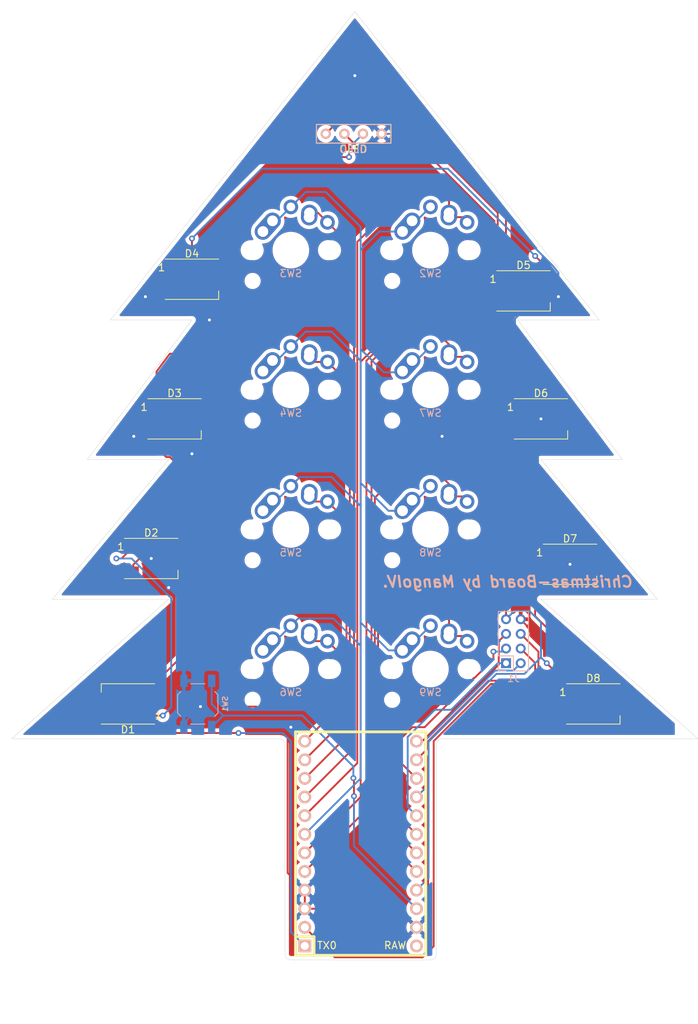
<source format=kicad_pcb>
(kicad_pcb (version 20171130) (host pcbnew "(5.1.4-0)")
  (layers (0 F.Cu signal) (31 B.Cu signal) (34 B.Paste user) (35 F.Paste user) (36 B.SilkS user) (37 F.SilkS user) (38 B.Mask user) (39 F.Mask user) (44 Edge.Cuts user))
  (net 0 "")
  (net 1 power)
  (net 2 "Net-(D1-Pad2)")
  (net 3 leds)
  (net 4 ground)
  (net 5 "Net-(D2-Pad2)")
  (net 6 "Net-(D3-Pad2)")
  (net 7 "Net-(D4-Pad2)")
  (net 8 "Net-(D5-Pad2)")
  (net 9 "Net-(D6-Pad2)")
  (net 10 rx1)
  (net 11 "Net-(J1-Pad5)")
  (net 12 "Net-(J1-Pad4)")
  (net 13 "Net-(J1-Pad3)")
  (net 14 "Net-(J1-Pad2)")
  (net 15 "Net-(J1-Pad1)")
  (net 16 scl)
  (net 17 sda)
  (net 18 reset)
  (net 19 row0)
  (net 20 col0)
  (net 21 col1)
  (net 22 col2)
  (net 23 col3)
  (net 24 col4)
  (net 25 col5)
  (net 26 col6)
  (net 27 col7)
  (net 28 "Net-(U1-Pad24)")
  (net 29 "Net-(D7-Pad2)")
  (net 30 "Net-(D8-Pad2)")
  (module graphics:mkd-logo (layer B.Cu) (at 121.92 87.63 180)
    (fp_text reference G*** hide)
    (fp_text value LOGO hide)
  )
  (module graphics:40sLogo (layer B.Cu) (at 147.32 125.73 180)
    (fp_text reference G*** hide)
    (fp_text value LOGO hide)
  )
  (module LED_SMD:LED_WS2812B_PLCC4_5.0x5.0mm_P3.2mm (layer F.Cu) (at 178.59375 109.5375)
    (fp_text reference D8 (at 0 -3.5) (layer F.SilkS))
    (fp_text value WS2812B)
    (fp_text user 1 (at -4.15 -1.6) (layer F.SilkS))
    (pad 1 smd rect (at -2.45 -1.6) (size 1.5 1) (layers F.Cu F.Paste F.Mask) (net 1 power))
    (pad 2 smd rect (at -2.45 1.6) (size 1.5 1) (layers F.Cu F.Paste F.Mask) (net 30 "Net-(D8-Pad2)"))
    (pad 4 smd rect (at 2.45 -1.6) (size 1.5 1) (layers F.Cu F.Paste F.Mask) (net 29 "Net-(D7-Pad2)"))
    (pad 3 smd rect (at 2.45 1.6) (size 1.5 1) (layers F.Cu F.Paste F.Mask) (net 4 ground))
  )
  (module LED_SMD:LED_WS2812B_PLCC4_5.0x5.0mm_P3.2mm (layer F.Cu) (at 175.41875 90.4875)
    (fp_text reference D7 (at 0 -3.5) (layer F.SilkS))
    (fp_text value WS2812B)
    (fp_text user 1 (at -4.15 -1.6) (layer F.SilkS))
    (pad 1 smd rect (at -2.45 -1.6) (size 1.5 1) (layers F.Cu F.Paste F.Mask) (net 1 power))
    (pad 2 smd rect (at -2.45 1.6) (size 1.5 1) (layers F.Cu F.Paste F.Mask) (net 29 "Net-(D7-Pad2)"))
    (pad 4 smd rect (at 2.45 -1.6) (size 1.5 1) (layers F.Cu F.Paste F.Mask) (net 9 "Net-(D6-Pad2)"))
    (pad 3 smd rect (at 2.45 1.6) (size 1.5 1) (layers F.Cu F.Paste F.Mask) (net 4 ground))
  )
  (module Keebio-Parts:ArduinoProMicro-BackSide (layer B.Cu) (at 146.84375 128.5875 90)
    (fp_text reference U1 hide)
    (fp_text value ProMicro hide)
    (fp_text user RAW (at -13.9 4.7) (layer F.SilkS))
    (fp_text user TX0 (at -13.9 -4.6) (layer F.SilkS))
    (pad 24 thru_hole circle (at -13.97 7.62 90) (size 1.7526 1.7526) (drill 1.0922) (layers *.Cu *.SilkS *.Mask) (net 28 "Net-(U1-Pad24)"))
    (pad 12 thru_hole circle (at 13.97 -7.62 90) (size 1.7526 1.7526) (drill 1.0922) (layers *.Cu *.SilkS *.Mask) (net 24 col4))
    (pad 23 thru_hole circle (at -11.43 7.62 90) (size 1.7526 1.7526) (drill 1.0922) (layers *.Cu *.SilkS *.Mask) (net 4 ground))
    (pad 22 thru_hole circle (at -8.89 7.62 90) (size 1.7526 1.7526) (drill 1.0922) (layers *.Cu *.SilkS *.Mask) (net 18 reset))
    (pad 21 thru_hole circle (at -6.35 7.62 90) (size 1.7526 1.7526) (drill 1.0922) (layers *.Cu *.SilkS *.Mask) (net 1 power))
    (pad 20 thru_hole circle (at -3.81 7.62 90) (size 1.7526 1.7526) (drill 1.0922) (layers *.Cu *.SilkS *.Mask) (net 25 col5))
    (pad 19 thru_hole circle (at -1.27 7.62 90) (size 1.7526 1.7526) (drill 1.0922) (layers *.Cu *.SilkS *.Mask) (net 26 col6))
    (pad 18 thru_hole circle (at 1.27 7.62 90) (size 1.7526 1.7526) (drill 1.0922) (layers *.Cu *.SilkS *.Mask) (net 27 col7))
    (pad 17 thru_hole circle (at 3.81 7.62 90) (size 1.7526 1.7526) (drill 1.0922) (layers *.Cu *.SilkS *.Mask) (net 15 "Net-(J1-Pad1)"))
    (pad 16 thru_hole circle (at 6.35 7.62 90) (size 1.7526 1.7526) (drill 1.0922) (layers *.Cu *.SilkS *.Mask) (net 14 "Net-(J1-Pad2)"))
    (pad 15 thru_hole circle (at 8.89 7.62 90) (size 1.7526 1.7526) (drill 1.0922) (layers *.Cu *.SilkS *.Mask) (net 13 "Net-(J1-Pad3)"))
    (pad 14 thru_hole circle (at 11.43 7.62 90) (size 1.7526 1.7526) (drill 1.0922) (layers *.Cu *.SilkS *.Mask) (net 12 "Net-(J1-Pad4)"))
    (pad 13 thru_hole circle (at 13.97 7.62 90) (size 1.7526 1.7526) (drill 1.0922) (layers *.Cu *.SilkS *.Mask) (net 11 "Net-(J1-Pad5)"))
    (pad 11 thru_hole circle (at 11.43 -7.62 90) (size 1.7526 1.7526) (drill 1.0922) (layers *.Cu *.SilkS *.Mask) (net 23 col3))
    (pad 10 thru_hole circle (at 8.89 -7.62 90) (size 1.7526 1.7526) (drill 1.0922) (layers *.Cu *.SilkS *.Mask) (net 22 col2))
    (pad 9 thru_hole circle (at 6.35 -7.62 90) (size 1.7526 1.7526) (drill 1.0922) (layers *.Cu *.SilkS *.Mask) (net 21 col1))
    (pad 8 thru_hole circle (at 3.81 -7.62 90) (size 1.7526 1.7526) (drill 1.0922) (layers *.Cu *.SilkS *.Mask) (net 20 col0))
    (pad 7 thru_hole circle (at 1.27 -7.62 90) (size 1.7526 1.7526) (drill 1.0922) (layers *.Cu *.SilkS *.Mask) (net 19 row0))
    (pad 6 thru_hole circle (at -1.27 -7.62 90) (size 1.7526 1.7526) (drill 1.0922) (layers *.Cu *.SilkS *.Mask) (net 16 scl))
    (pad 5 thru_hole circle (at -3.81 -7.62 90) (size 1.7526 1.7526) (drill 1.0922) (layers *.Cu *.SilkS *.Mask) (net 17 sda))
    (pad 4 thru_hole circle (at -6.35 -7.62 90) (size 1.7526 1.7526) (drill 1.0922) (layers *.Cu *.SilkS *.Mask) (net 4 ground))
    (pad 3 thru_hole circle (at -8.89 -7.62 90) (size 1.7526 1.7526) (drill 1.0922) (layers *.Cu *.SilkS *.Mask) (net 4 ground))
    (pad 2 thru_hole circle (at -11.43 -7.62 90) (size 1.7526 1.7526) (drill 1.0922) (layers *.Cu *.SilkS *.Mask) (net 10 rx1))
    (pad 1 thru_hole rect (at -13.97 -7.62 90) (size 1.7526 1.7526) (drill 1.0922) (layers *.Cu *.SilkS *.Mask) (net 3 leds))
  )
  (module Keebio-Parts:MX-Alps-Choc-1U-NoLED (layer F.Cu) (at 156.36875 104.775)
    (fp_text reference SW9 (at 0 3.175) (layer B.SilkS) (effects (justify mirror)))
    (fp_text value SW_Push)
    (pad "" np_thru_hole circle (at -5.22 4.2 48.1) (size 1.2 1.2) (drill 1.2) (layers *.Cu *.Mask))
    (pad "" np_thru_hole circle (at 5.5 0 48.1) (size 1.7 1.7) (drill 1.7) (layers *.Cu *.Mask))
    (pad "" np_thru_hole circle (at -5.5 0 48.1) (size 1.7 1.7) (drill 1.7) (layers *.Cu *.Mask))
    (pad 2 thru_hole circle (at 0 -5.9) (size 2 2) (drill 1.2) (layers *.Cu *.Mask) (net 19 row0))
    (pad 1 thru_hole circle (at 5 -3.8) (size 2 2) (drill 1.2) (layers *.Cu *.Mask) (net 27 col7))
    (pad "" np_thru_hole circle (at 5.08 0 48.0996) (size 1.75 1.75) (drill 1.75) (layers *.Cu *.Mask))
    (pad "" np_thru_hole circle (at -5.08 0 48.0996) (size 1.75 1.75) (drill 1.75) (layers *.Cu *.Mask))
    (pad 2 thru_hole circle (at -2.5 -4) (size 2.25 2.25) (drill 1.47) (layers *.Cu *.Mask) (net 19 row0))
    (pad "" np_thru_hole circle (at 0 0) (size 3.9878 3.9878) (drill 3.9878) (layers *.Cu *.Mask))
    (pad 2 thru_hole oval (at -3.81 -2.54 48.1) (size 4.211556 2.25) (drill 1.47 (offset 0.980778 0)) (layers *.Cu *.Mask) (net 19 row0))
    (pad 1 thru_hole circle (at 2.54 -5.08) (size 2.25 2.25) (drill 1.47) (layers *.Cu *.Mask) (net 27 col7))
    (pad 1 thru_hole oval (at 2.5 -4.5 86.1) (size 2.831378 2.25) (drill 1.47 (offset 0.290689 0)) (layers *.Cu *.Mask) (net 27 col7))
  )
  (module Keebio-Parts:MX-Alps-Choc-1U-NoLED (layer F.Cu) (at 156.36875 85.725)
    (fp_text reference SW8 (at 0 3.175) (layer B.SilkS) (effects (justify mirror)))
    (fp_text value SW_Push)
    (pad "" np_thru_hole circle (at -5.22 4.2 48.1) (size 1.2 1.2) (drill 1.2) (layers *.Cu *.Mask))
    (pad "" np_thru_hole circle (at 5.5 0 48.1) (size 1.7 1.7) (drill 1.7) (layers *.Cu *.Mask))
    (pad "" np_thru_hole circle (at -5.5 0 48.1) (size 1.7 1.7) (drill 1.7) (layers *.Cu *.Mask))
    (pad 2 thru_hole circle (at 0 -5.9) (size 2 2) (drill 1.2) (layers *.Cu *.Mask) (net 19 row0))
    (pad 1 thru_hole circle (at 5 -3.8) (size 2 2) (drill 1.2) (layers *.Cu *.Mask) (net 26 col6))
    (pad "" np_thru_hole circle (at 5.08 0 48.0996) (size 1.75 1.75) (drill 1.75) (layers *.Cu *.Mask))
    (pad "" np_thru_hole circle (at -5.08 0 48.0996) (size 1.75 1.75) (drill 1.75) (layers *.Cu *.Mask))
    (pad 2 thru_hole circle (at -2.5 -4) (size 2.25 2.25) (drill 1.47) (layers *.Cu *.Mask) (net 19 row0))
    (pad "" np_thru_hole circle (at 0 0) (size 3.9878 3.9878) (drill 3.9878) (layers *.Cu *.Mask))
    (pad 2 thru_hole oval (at -3.81 -2.54 48.1) (size 4.211556 2.25) (drill 1.47 (offset 0.980778 0)) (layers *.Cu *.Mask) (net 19 row0))
    (pad 1 thru_hole circle (at 2.54 -5.08) (size 2.25 2.25) (drill 1.47) (layers *.Cu *.Mask) (net 26 col6))
    (pad 1 thru_hole oval (at 2.5 -4.5 86.1) (size 2.831378 2.25) (drill 1.47 (offset 0.290689 0)) (layers *.Cu *.Mask) (net 26 col6))
  )
  (module Keebio-Parts:MX-Alps-Choc-1U-NoLED (layer F.Cu) (at 156.36875 66.675)
    (fp_text reference SW7 (at 0 3.175) (layer B.SilkS) (effects (justify mirror)))
    (fp_text value SW_Push)
    (pad "" np_thru_hole circle (at -5.22 4.2 48.1) (size 1.2 1.2) (drill 1.2) (layers *.Cu *.Mask))
    (pad "" np_thru_hole circle (at 5.5 0 48.1) (size 1.7 1.7) (drill 1.7) (layers *.Cu *.Mask))
    (pad "" np_thru_hole circle (at -5.5 0 48.1) (size 1.7 1.7) (drill 1.7) (layers *.Cu *.Mask))
    (pad 2 thru_hole circle (at 0 -5.9) (size 2 2) (drill 1.2) (layers *.Cu *.Mask) (net 19 row0))
    (pad 1 thru_hole circle (at 5 -3.8) (size 2 2) (drill 1.2) (layers *.Cu *.Mask) (net 25 col5))
    (pad "" np_thru_hole circle (at 5.08 0 48.0996) (size 1.75 1.75) (drill 1.75) (layers *.Cu *.Mask))
    (pad "" np_thru_hole circle (at -5.08 0 48.0996) (size 1.75 1.75) (drill 1.75) (layers *.Cu *.Mask))
    (pad 2 thru_hole circle (at -2.5 -4) (size 2.25 2.25) (drill 1.47) (layers *.Cu *.Mask) (net 19 row0))
    (pad "" np_thru_hole circle (at 0 0) (size 3.9878 3.9878) (drill 3.9878) (layers *.Cu *.Mask))
    (pad 2 thru_hole oval (at -3.81 -2.54 48.1) (size 4.211556 2.25) (drill 1.47 (offset 0.980778 0)) (layers *.Cu *.Mask) (net 19 row0))
    (pad 1 thru_hole circle (at 2.54 -5.08) (size 2.25 2.25) (drill 1.47) (layers *.Cu *.Mask) (net 25 col5))
    (pad 1 thru_hole oval (at 2.5 -4.5 86.1) (size 2.831378 2.25) (drill 1.47 (offset 0.290689 0)) (layers *.Cu *.Mask) (net 25 col5))
  )
  (module Keebio-Parts:MX-Alps-Choc-1U-NoLED (layer F.Cu) (at 137.31875 104.775)
    (fp_text reference SW6 (at 0 3.175) (layer B.SilkS) (effects (justify mirror)))
    (fp_text value SW_Push)
    (pad "" np_thru_hole circle (at -5.22 4.2 48.1) (size 1.2 1.2) (drill 1.2) (layers *.Cu *.Mask))
    (pad "" np_thru_hole circle (at 5.5 0 48.1) (size 1.7 1.7) (drill 1.7) (layers *.Cu *.Mask))
    (pad "" np_thru_hole circle (at -5.5 0 48.1) (size 1.7 1.7) (drill 1.7) (layers *.Cu *.Mask))
    (pad 2 thru_hole circle (at 0 -5.9) (size 2 2) (drill 1.2) (layers *.Cu *.Mask) (net 19 row0))
    (pad 1 thru_hole circle (at 5 -3.8) (size 2 2) (drill 1.2) (layers *.Cu *.Mask) (net 24 col4))
    (pad "" np_thru_hole circle (at 5.08 0 48.0996) (size 1.75 1.75) (drill 1.75) (layers *.Cu *.Mask))
    (pad "" np_thru_hole circle (at -5.08 0 48.0996) (size 1.75 1.75) (drill 1.75) (layers *.Cu *.Mask))
    (pad 2 thru_hole circle (at -2.5 -4) (size 2.25 2.25) (drill 1.47) (layers *.Cu *.Mask) (net 19 row0))
    (pad "" np_thru_hole circle (at 0 0) (size 3.9878 3.9878) (drill 3.9878) (layers *.Cu *.Mask))
    (pad 2 thru_hole oval (at -3.81 -2.54 48.1) (size 4.211556 2.25) (drill 1.47 (offset 0.980778 0)) (layers *.Cu *.Mask) (net 19 row0))
    (pad 1 thru_hole circle (at 2.54 -5.08) (size 2.25 2.25) (drill 1.47) (layers *.Cu *.Mask) (net 24 col4))
    (pad 1 thru_hole oval (at 2.5 -4.5 86.1) (size 2.831378 2.25) (drill 1.47 (offset 0.290689 0)) (layers *.Cu *.Mask) (net 24 col4))
  )
  (module Keebio-Parts:MX-Alps-Choc-1U-NoLED (layer F.Cu) (at 137.31875 85.725)
    (fp_text reference SW5 (at 0 3.175) (layer B.SilkS) (effects (justify mirror)))
    (fp_text value SW_Push)
    (pad "" np_thru_hole circle (at -5.22 4.2 48.1) (size 1.2 1.2) (drill 1.2) (layers *.Cu *.Mask))
    (pad "" np_thru_hole circle (at 5.5 0 48.1) (size 1.7 1.7) (drill 1.7) (layers *.Cu *.Mask))
    (pad "" np_thru_hole circle (at -5.5 0 48.1) (size 1.7 1.7) (drill 1.7) (layers *.Cu *.Mask))
    (pad 2 thru_hole circle (at 0 -5.9) (size 2 2) (drill 1.2) (layers *.Cu *.Mask) (net 19 row0))
    (pad 1 thru_hole circle (at 5 -3.8) (size 2 2) (drill 1.2) (layers *.Cu *.Mask) (net 23 col3))
    (pad "" np_thru_hole circle (at 5.08 0 48.0996) (size 1.75 1.75) (drill 1.75) (layers *.Cu *.Mask))
    (pad "" np_thru_hole circle (at -5.08 0 48.0996) (size 1.75 1.75) (drill 1.75) (layers *.Cu *.Mask))
    (pad 2 thru_hole circle (at -2.5 -4) (size 2.25 2.25) (drill 1.47) (layers *.Cu *.Mask) (net 19 row0))
    (pad "" np_thru_hole circle (at 0 0) (size 3.9878 3.9878) (drill 3.9878) (layers *.Cu *.Mask))
    (pad 2 thru_hole oval (at -3.81 -2.54 48.1) (size 4.211556 2.25) (drill 1.47 (offset 0.980778 0)) (layers *.Cu *.Mask) (net 19 row0))
    (pad 1 thru_hole circle (at 2.54 -5.08) (size 2.25 2.25) (drill 1.47) (layers *.Cu *.Mask) (net 23 col3))
    (pad 1 thru_hole oval (at 2.5 -4.5 86.1) (size 2.831378 2.25) (drill 1.47 (offset 0.290689 0)) (layers *.Cu *.Mask) (net 23 col3))
  )
  (module Keebio-Parts:MX-Alps-Choc-1U-NoLED (layer F.Cu) (at 137.31875 66.675)
    (fp_text reference SW4 (at 0 3.175) (layer B.SilkS) (effects (justify mirror)))
    (fp_text value SW_Push)
    (pad "" np_thru_hole circle (at -5.22 4.2 48.1) (size 1.2 1.2) (drill 1.2) (layers *.Cu *.Mask))
    (pad "" np_thru_hole circle (at 5.5 0 48.1) (size 1.7 1.7) (drill 1.7) (layers *.Cu *.Mask))
    (pad "" np_thru_hole circle (at -5.5 0 48.1) (size 1.7 1.7) (drill 1.7) (layers *.Cu *.Mask))
    (pad 2 thru_hole circle (at 0 -5.9) (size 2 2) (drill 1.2) (layers *.Cu *.Mask) (net 19 row0))
    (pad 1 thru_hole circle (at 5 -3.8) (size 2 2) (drill 1.2) (layers *.Cu *.Mask) (net 22 col2))
    (pad "" np_thru_hole circle (at 5.08 0 48.0996) (size 1.75 1.75) (drill 1.75) (layers *.Cu *.Mask))
    (pad "" np_thru_hole circle (at -5.08 0 48.0996) (size 1.75 1.75) (drill 1.75) (layers *.Cu *.Mask))
    (pad 2 thru_hole circle (at -2.5 -4) (size 2.25 2.25) (drill 1.47) (layers *.Cu *.Mask) (net 19 row0))
    (pad "" np_thru_hole circle (at 0 0) (size 3.9878 3.9878) (drill 3.9878) (layers *.Cu *.Mask))
    (pad 2 thru_hole oval (at -3.81 -2.54 48.1) (size 4.211556 2.25) (drill 1.47 (offset 0.980778 0)) (layers *.Cu *.Mask) (net 19 row0))
    (pad 1 thru_hole circle (at 2.54 -5.08) (size 2.25 2.25) (drill 1.47) (layers *.Cu *.Mask) (net 22 col2))
    (pad 1 thru_hole oval (at 2.5 -4.5 86.1) (size 2.831378 2.25) (drill 1.47 (offset 0.290689 0)) (layers *.Cu *.Mask) (net 22 col2))
  )
  (module Keebio-Parts:MX-Alps-Choc-1U-NoLED (layer F.Cu) (at 137.31875 47.625)
    (fp_text reference SW3 (at 0 3.175) (layer B.SilkS) (effects (justify mirror)))
    (fp_text value SW_Push)
    (pad "" np_thru_hole circle (at -5.22 4.2 48.1) (size 1.2 1.2) (drill 1.2) (layers *.Cu *.Mask))
    (pad "" np_thru_hole circle (at 5.5 0 48.1) (size 1.7 1.7) (drill 1.7) (layers *.Cu *.Mask))
    (pad "" np_thru_hole circle (at -5.5 0 48.1) (size 1.7 1.7) (drill 1.7) (layers *.Cu *.Mask))
    (pad 2 thru_hole circle (at 0 -5.9) (size 2 2) (drill 1.2) (layers *.Cu *.Mask) (net 19 row0))
    (pad 1 thru_hole circle (at 5 -3.8) (size 2 2) (drill 1.2) (layers *.Cu *.Mask) (net 21 col1))
    (pad "" np_thru_hole circle (at 5.08 0 48.0996) (size 1.75 1.75) (drill 1.75) (layers *.Cu *.Mask))
    (pad "" np_thru_hole circle (at -5.08 0 48.0996) (size 1.75 1.75) (drill 1.75) (layers *.Cu *.Mask))
    (pad 2 thru_hole circle (at -2.5 -4) (size 2.25 2.25) (drill 1.47) (layers *.Cu *.Mask) (net 19 row0))
    (pad "" np_thru_hole circle (at 0 0) (size 3.9878 3.9878) (drill 3.9878) (layers *.Cu *.Mask))
    (pad 2 thru_hole oval (at -3.81 -2.54 48.1) (size 4.211556 2.25) (drill 1.47 (offset 0.980778 0)) (layers *.Cu *.Mask) (net 19 row0))
    (pad 1 thru_hole circle (at 2.54 -5.08) (size 2.25 2.25) (drill 1.47) (layers *.Cu *.Mask) (net 21 col1))
    (pad 1 thru_hole oval (at 2.5 -4.5 86.1) (size 2.831378 2.25) (drill 1.47 (offset 0.290689 0)) (layers *.Cu *.Mask) (net 21 col1))
  )
  (module Keebio-Parts:MX-Alps-Choc-1U-NoLED (layer F.Cu) (at 156.36875 47.625)
    (fp_text reference SW2 (at 0 3.175) (layer B.SilkS) (effects (justify mirror)))
    (fp_text value SW_Push)
    (pad "" np_thru_hole circle (at -5.22 4.2 48.1) (size 1.2 1.2) (drill 1.2) (layers *.Cu *.Mask))
    (pad "" np_thru_hole circle (at 5.5 0 48.1) (size 1.7 1.7) (drill 1.7) (layers *.Cu *.Mask))
    (pad "" np_thru_hole circle (at -5.5 0 48.1) (size 1.7 1.7) (drill 1.7) (layers *.Cu *.Mask))
    (pad 2 thru_hole circle (at 0 -5.9) (size 2 2) (drill 1.2) (layers *.Cu *.Mask) (net 19 row0))
    (pad 1 thru_hole circle (at 5 -3.8) (size 2 2) (drill 1.2) (layers *.Cu *.Mask) (net 20 col0))
    (pad "" np_thru_hole circle (at 5.08 0 48.0996) (size 1.75 1.75) (drill 1.75) (layers *.Cu *.Mask))
    (pad "" np_thru_hole circle (at -5.08 0 48.0996) (size 1.75 1.75) (drill 1.75) (layers *.Cu *.Mask))
    (pad 2 thru_hole circle (at -2.5 -4) (size 2.25 2.25) (drill 1.47) (layers *.Cu *.Mask) (net 19 row0))
    (pad "" np_thru_hole circle (at 0 0) (size 3.9878 3.9878) (drill 3.9878) (layers *.Cu *.Mask))
    (pad 2 thru_hole oval (at -3.81 -2.54 48.1) (size 4.211556 2.25) (drill 1.47 (offset 0.980778 0)) (layers *.Cu *.Mask) (net 19 row0))
    (pad 1 thru_hole circle (at 2.54 -5.08) (size 2.25 2.25) (drill 1.47) (layers *.Cu *.Mask) (net 20 col0))
    (pad 1 thru_hole oval (at 2.5 -4.5 86.1) (size 2.831378 2.25) (drill 1.47 (offset 0.290689 0)) (layers *.Cu *.Mask) (net 20 col0))
  )
  (module Keebio-Parts:SW_SPST_TL3342 (layer B.Cu) (at 124.61875 109.5375 90)
    (fp_text reference SW1 (at 0 3.75 90) (layer B.SilkS) (effects (font (size 0.7 0.7)) (justify mirror)))
    (fp_text value SW_Push)
    (pad 1 smd rect (at -3.15 1.9 90) (size 1.7 1) (layers B.Cu B.Paste B.Mask) (net 18 reset))
    (pad 1 smd rect (at 3.15 1.9 90) (size 1.7 1) (layers B.Cu B.Paste B.Mask) (net 18 reset))
    (pad 2 smd rect (at -3.15 -1.9 90) (size 1.7 1) (layers B.Cu B.Paste B.Mask) (net 4 ground))
    (pad 2 smd rect (at 3.15 -1.9 90) (size 1.7 1) (layers B.Cu B.Paste B.Mask) (net 4 ground))
  )
  (module kbd:OLED (layer B.Cu) (at 142.08125 31.75)
    (fp_text reference J2)
    (fp_text value Conn_01x04 hide)
    (fp_text user OLED (at 3.75 2.1) (layer F.SilkS))
    (fp_text user OLED (at 3.8 2.1) (layer B.SilkS) (effects (justify mirror)))
    (pad 4 thru_hole circle (at 7.62 0) (size 1.397 1.397) (drill 0.8128) (layers *.Cu *.Mask B.SilkS) (net 4 ground))
    (pad 3 thru_hole circle (at 5.08 0) (size 1.397 1.397) (drill 0.8128) (layers *.Cu *.Mask B.SilkS) (net 1 power))
    (pad 2 thru_hole circle (at 2.54 0) (size 1.397 1.397) (drill 0.8128) (layers *.Cu *.Mask B.SilkS) (net 16 scl))
    (pad 1 thru_hole circle (at 0 0) (size 1.397 1.397) (drill 0.8128) (layers *.Cu *.Mask B.SilkS) (net 17 sda))
  )
  (module Connector_PinHeader_2.00mm:PinHeader_2x04_P2.00mm_Vertical (layer B.Cu) (at 166.6875 103.98125)
    (fp_text reference J1 (at 1 2.06) (layer B.SilkS) (effects (justify mirror)))
    (fp_text value Conn_01x08)
    (pad 8 thru_hole oval (at 2 -6) (size 1.35 1.35) (drill 0.8) (layers *.Cu *.Mask) (net 4 ground))
    (pad 7 thru_hole oval (at 0 -6) (size 1.35 1.35) (drill 0.8) (layers *.Cu *.Mask) (net 1 power))
    (pad 6 thru_hole oval (at 2 -4) (size 1.35 1.35) (drill 0.8) (layers *.Cu *.Mask) (net 10 rx1))
    (pad 5 thru_hole oval (at 0 -4) (size 1.35 1.35) (drill 0.8) (layers *.Cu *.Mask) (net 11 "Net-(J1-Pad5)"))
    (pad 4 thru_hole oval (at 2 -2) (size 1.35 1.35) (drill 0.8) (layers *.Cu *.Mask) (net 12 "Net-(J1-Pad4)"))
    (pad 3 thru_hole oval (at 0 -2) (size 1.35 1.35) (drill 0.8) (layers *.Cu *.Mask) (net 13 "Net-(J1-Pad3)"))
    (pad 2 thru_hole oval (at 2 0) (size 1.35 1.35) (drill 0.8) (layers *.Cu *.Mask) (net 14 "Net-(J1-Pad2)"))
    (pad 1 thru_hole rect (at 0 0) (size 1.35 1.35) (drill 0.8) (layers *.Cu *.Mask) (net 15 "Net-(J1-Pad1)"))
  )
  (module LED_SMD:LED_WS2812B_PLCC4_5.0x5.0mm_P3.2mm (layer F.Cu) (at 171.45 70.64375)
    (fp_text reference D6 (at 0 -3.5) (layer F.SilkS))
    (fp_text value WS2812B)
    (fp_text user 1 (at -4.15 -1.6) (layer F.SilkS))
    (pad 1 smd rect (at -2.45 -1.6) (size 1.5 1) (layers F.Cu F.Paste F.Mask) (net 1 power))
    (pad 2 smd rect (at -2.45 1.6) (size 1.5 1) (layers F.Cu F.Paste F.Mask) (net 9 "Net-(D6-Pad2)"))
    (pad 4 smd rect (at 2.45 -1.6) (size 1.5 1) (layers F.Cu F.Paste F.Mask) (net 8 "Net-(D5-Pad2)"))
    (pad 3 smd rect (at 2.45 1.6) (size 1.5 1) (layers F.Cu F.Paste F.Mask) (net 4 ground))
  )
  (module LED_SMD:LED_WS2812B_PLCC4_5.0x5.0mm_P3.2mm (layer F.Cu) (at 169.06875 53.18125)
    (fp_text reference D5 (at 0 -3.5) (layer F.SilkS))
    (fp_text value WS2812B)
    (fp_text user 1 (at -4.15 -1.6) (layer F.SilkS))
    (pad 1 smd rect (at -2.45 -1.6) (size 1.5 1) (layers F.Cu F.Paste F.Mask) (net 1 power))
    (pad 2 smd rect (at -2.45 1.6) (size 1.5 1) (layers F.Cu F.Paste F.Mask) (net 8 "Net-(D5-Pad2)"))
    (pad 4 smd rect (at 2.45 -1.6) (size 1.5 1) (layers F.Cu F.Paste F.Mask) (net 7 "Net-(D4-Pad2)"))
    (pad 3 smd rect (at 2.45 1.6) (size 1.5 1) (layers F.Cu F.Paste F.Mask) (net 4 ground))
  )
  (module LED_SMD:LED_WS2812B_PLCC4_5.0x5.0mm_P3.2mm (layer F.Cu) (at 123.825 51.59375)
    (fp_text reference D4 (at 0 -3.5) (layer F.SilkS))
    (fp_text value WS2812B)
    (fp_text user 1 (at -4.15 -1.6) (layer F.SilkS))
    (pad 1 smd rect (at -2.45 -1.6) (size 1.5 1) (layers F.Cu F.Paste F.Mask) (net 1 power))
    (pad 2 smd rect (at -2.45 1.6) (size 1.5 1) (layers F.Cu F.Paste F.Mask) (net 7 "Net-(D4-Pad2)"))
    (pad 4 smd rect (at 2.45 -1.6) (size 1.5 1) (layers F.Cu F.Paste F.Mask) (net 6 "Net-(D3-Pad2)"))
    (pad 3 smd rect (at 2.45 1.6) (size 1.5 1) (layers F.Cu F.Paste F.Mask) (net 4 ground))
  )
  (module LED_SMD:LED_WS2812B_PLCC4_5.0x5.0mm_P3.2mm (layer F.Cu) (at 121.44375 70.64375)
    (fp_text reference D3 (at 0 -3.5) (layer F.SilkS))
    (fp_text value WS2812B)
    (fp_text user 1 (at -4.15 -1.6) (layer F.SilkS))
    (pad 1 smd rect (at -2.45 -1.6) (size 1.5 1) (layers F.Cu F.Paste F.Mask) (net 1 power))
    (pad 2 smd rect (at -2.45 1.6) (size 1.5 1) (layers F.Cu F.Paste F.Mask) (net 6 "Net-(D3-Pad2)"))
    (pad 4 smd rect (at 2.45 -1.6) (size 1.5 1) (layers F.Cu F.Paste F.Mask) (net 5 "Net-(D2-Pad2)"))
    (pad 3 smd rect (at 2.45 1.6) (size 1.5 1) (layers F.Cu F.Paste F.Mask) (net 4 ground))
  )
  (module LED_SMD:LED_WS2812B_PLCC4_5.0x5.0mm_P3.2mm (layer F.Cu) (at 118.26875 89.69375)
    (fp_text reference D2 (at 0 -3.5) (layer F.SilkS))
    (fp_text value WS2812B)
    (fp_text user 1 (at -4.15 -1.6) (layer F.SilkS))
    (pad 1 smd rect (at -2.45 -1.6) (size 1.5 1) (layers F.Cu F.Paste F.Mask) (net 1 power))
    (pad 2 smd rect (at -2.45 1.6) (size 1.5 1) (layers F.Cu F.Paste F.Mask) (net 5 "Net-(D2-Pad2)"))
    (pad 4 smd rect (at 2.45 -1.6) (size 1.5 1) (layers F.Cu F.Paste F.Mask) (net 2 "Net-(D1-Pad2)"))
    (pad 3 smd rect (at 2.45 1.6) (size 1.5 1) (layers F.Cu F.Paste F.Mask) (net 4 ground))
  )
  (module LED_SMD:LED_WS2812B_PLCC4_5.0x5.0mm_P3.2mm (layer F.Cu) (at 115.09375 109.5375 180)
    (fp_text reference D1 (at 0 -3.5) (layer F.SilkS))
    (fp_text value WS2812B)
    (fp_text user 1 (at -4.15 -1.6) (layer F.SilkS))
    (pad 1 smd rect (at -2.45 -1.6 180) (size 1.5 1) (layers F.Cu F.Paste F.Mask) (net 1 power))
    (pad 2 smd rect (at -2.45 1.6 180) (size 1.5 1) (layers F.Cu F.Paste F.Mask) (net 2 "Net-(D1-Pad2)"))
    (pad 4 smd rect (at 2.45 -1.6 180) (size 1.5 1) (layers F.Cu F.Paste F.Mask) (net 3 leds))
    (pad 3 smd rect (at 2.45 1.6 180) (size 1.5 1) (layers F.Cu F.Paste F.Mask) (net 4 ground))
  )
  (gr_text "Christmas-Board by MangoIV. " (at 166.37 92.86875) (layer B.SilkS) (effects (font (size 1.5 1.5) (thickness 0.3) italic) (justify mirror)))
  (gr_text " " (at 146.84375 143.66875 270) (layer B.SilkS) (effects (font (size 1 1) (thickness 0.25)) (justify left mirror)))
  (gr_arc (start 137.31875 143.66875) (end 136.525 143.66875) (angle -90) (layer Edge.Cuts) (width 0.05))
  (gr_arc (start 135.73125 115.09375) (end 136.525 115.09375) (angle -90) (layer Edge.Cuts) (width 0.05))
  (gr_arc (start 157.95625 115.09375) (end 157.95625 114.3) (angle -90) (layer Edge.Cuts) (width 0.05))
  (gr_arc (start 156.36875 143.66875) (end 156.36875 144.4625) (angle -90) (layer Edge.Cuts) (width 0.05))
  (gr_line (start 157.1625 143.66875) (end 157.1625 115.09375) (layer Edge.Cuts) (width 0.05))
  (gr_line (start 136.525 115.09375) (end 136.525 143.66875) (layer Edge.Cuts) (width 0.05))
  (gr_line (start 109.5375 76.2) (end 123.825 57.15) (layer Edge.Cuts) (width 0.05))
  (gr_line (start 135.73125 114.3) (end 99.21875 114.3) (layer Edge.Cuts) (width 0.05))
  (gr_line (start 99.21875 114.3) (end 120.65 95.25) (layer Edge.Cuts) (width 0.05))
  (gr_line (start 120.65 95.25) (end 104.775 95.25) (layer Edge.Cuts) (width 0.05))
  (gr_line (start 112.7125 57.15) (end 146.05 15.08125) (layer Edge.Cuts) (width 0.05))
  (gr_line (start 120.65 76.2) (end 109.5375 76.2) (layer Edge.Cuts) (width 0.05))
  (gr_line (start 123.825 57.15) (end 112.7125 57.15) (layer Edge.Cuts) (width 0.05))
  (gr_line (start 104.775 95.25) (end 120.65 76.2) (layer Edge.Cuts) (width 0.05))
  (gr_line (start 179.3875 57.15) (end 146.05 15.08125) (layer Edge.Cuts) (width 0.05))
  (gr_line (start 168.275 57.15) (end 179.3875 57.15) (layer Edge.Cuts) (width 0.05))
  (gr_line (start 182.5625 76.2) (end 168.275 57.15) (layer Edge.Cuts) (width 0.05))
  (gr_line (start 171.45 76.2) (end 182.5625 76.2) (layer Edge.Cuts) (width 0.05))
  (gr_line (start 187.325 95.25) (end 171.45 76.2) (layer Edge.Cuts) (width 0.05))
  (gr_line (start 171.45 95.25) (end 187.325 95.25) (layer Edge.Cuts) (width 0.05))
  (gr_line (start 192.88125 114.3) (end 171.45 95.25) (layer Edge.Cuts) (width 0.05))
  (gr_line (start 157.95625 114.3) (end 192.88125 114.3) (layer Edge.Cuts) (width 0.05))
  (gr_line (start 137.31875 144.4625) (end 156.36875 144.4625) (layer Edge.Cuts) (width 0.05))
  (segment (start 167.83125 96.8375) (end 166.6875 97.98125) (width 0.25) (layer B.Cu) (net 1))
  (segment (start 171.45 98.425) (end 169.8625 96.8375) (width 0.25) (layer B.Cu) (net 1))
  (segment (start 171.45 103.1875) (end 171.45 98.425) (width 0.25) (layer B.Cu) (net 1))
  (segment (start 169.8625 96.8375) (end 167.83125 96.8375) (width 0.25) (layer B.Cu) (net 1))
  (segment (start 169.206239 105.431261) (end 171.45 103.1875) (width 0.25) (layer B.Cu) (net 1))
  (segment (start 165.378911 105.431261) (end 169.206239 105.431261) (width 0.25) (layer B.Cu) (net 1))
  (segment (start 156.115061 114.695111) (end 165.378911 105.431261) (width 0.25) (layer B.Cu) (net 1))
  (segment (start 156.115061 133.286189) (end 156.115061 114.695111) (width 0.25) (layer B.Cu) (net 1))
  (segment (start 154.46375 134.9375) (end 156.115061 133.286189) (width 0.25) (layer B.Cu) (net 1))
  (via (at 172.24375 103.98125) (size 0.8) (drill 0.4) (layers F.Cu B.Cu) (net 1))
  (segment (start 176.14375 107.88125) (end 172.24375 103.98125) (width 0.25) (layer F.Cu) (net 1))
  (segment (start 176.14375 107.9375) (end 176.14375 107.88125) (width 0.25) (layer F.Cu) (net 1))
  (segment (start 172.24375 103.98125) (end 171.45 103.1875) (width 0.25) (layer B.Cu) (net 1))
  (via (at 119.85625 111.125) (size 0.8) (drill 0.4) (layers F.Cu B.Cu) (net 1))
  (segment (start 119.84375 111.1375) (end 119.85625 111.125) (width 0.25) (layer F.Cu) (net 1))
  (segment (start 117.54375 111.1375) (end 119.84375 111.1375) (width 0.25) (layer F.Cu) (net 1))
  (via (at 113.50625 89.69375) (size 0.8) (drill 0.4) (layers F.Cu B.Cu) (net 1))
  (segment (start 115.588738 89.69375) (end 113.50625 89.69375) (width 0.25) (layer B.Cu) (net 1))
  (segment (start 121.00001 95.105022) (end 115.588738 89.69375) (width 0.25) (layer B.Cu) (net 1))
  (segment (start 121.00001 109.98124) (end 121.00001 95.105022) (width 0.25) (layer B.Cu) (net 1))
  (segment (start 119.85625 111.125) (end 121.00001 109.98124) (width 0.25) (layer B.Cu) (net 1))
  (segment (start 114.21875 89.69375) (end 115.81875 88.09375) (width 0.25) (layer F.Cu) (net 1))
  (segment (start 113.50625 89.69375) (end 114.21875 89.69375) (width 0.25) (layer F.Cu) (net 1))
  (segment (start 121.44375 76.482232) (end 121.44375 82.46875) (width 0.25) (layer F.Cu) (net 1))
  (segment (start 120.811508 75.84999) (end 121.44375 76.482232) (width 0.25) (layer F.Cu) (net 1))
  (segment (start 120.299989 75.84999) (end 120.811508 75.84999) (width 0.25) (layer F.Cu) (net 1))
  (segment (start 117.475 73.025001) (end 120.299989 75.84999) (width 0.25) (layer F.Cu) (net 1))
  (segment (start 117.475 70.5625) (end 117.475 73.025001) (width 0.25) (layer F.Cu) (net 1))
  (segment (start 121.44375 82.46875) (end 115.81875 88.09375) (width 0.25) (layer F.Cu) (net 1))
  (segment (start 118.99375 69.04375) (end 117.475 70.5625) (width 0.25) (layer F.Cu) (net 1))
  (segment (start 119.85625 53.510002) (end 119.85625 51.5125) (width 0.25) (layer F.Cu) (net 1))
  (segment (start 121.114998 54.76875) (end 119.85625 53.510002) (width 0.25) (layer F.Cu) (net 1))
  (segment (start 124.61875 56.902506) (end 122.484994 54.76875) (width 0.25) (layer F.Cu) (net 1))
  (segment (start 124.61875 58.7375) (end 124.61875 56.902506) (width 0.25) (layer F.Cu) (net 1))
  (segment (start 121.606299 61.749951) (end 124.61875 58.7375) (width 0.25) (layer F.Cu) (net 1))
  (segment (start 119.85625 51.5125) (end 121.375 49.99375) (width 0.25) (layer F.Cu) (net 1))
  (segment (start 122.484994 54.76875) (end 121.114998 54.76875) (width 0.25) (layer F.Cu) (net 1))
  (segment (start 120.812549 61.749951) (end 121.606299 61.749951) (width 0.25) (layer F.Cu) (net 1))
  (segment (start 118.99375 64.175016) (end 120.812549 61.749951) (width 0.25) (layer F.Cu) (net 1))
  (segment (start 118.99375 69.04375) (end 118.99375 64.175016) (width 0.25) (layer F.Cu) (net 1))
  (via (at 145.25625 34.925) (size 0.8) (drill 0.4) (layers F.Cu B.Cu) (net 1))
  (segment (start 121.375 47.414498) (end 133.864498 34.925) (width 0.25) (layer F.Cu) (net 1))
  (segment (start 121.375 49.99375) (end 121.375 47.414498) (width 0.25) (layer F.Cu) (net 1))
  (segment (start 145.25625 33.655) (end 147.16125 31.75) (width 0.25) (layer B.Cu) (net 1))
  (segment (start 145.25625 34.925) (end 145.25625 33.655) (width 0.25) (layer B.Cu) (net 1))
  (segment (start 166.61875 51.58125) (end 166.675 51.58125) (width 0.25) (layer F.Cu) (net 1))
  (segment (start 140.94376 28.91874) (end 134.9375 34.925) (width 0.25) (layer F.Cu) (net 1))
  (segment (start 152.5864 28.91874) (end 140.94376 28.91874) (width 0.25) (layer F.Cu) (net 1))
  (segment (start 166.675 43.00734) (end 152.5864 28.91874) (width 0.25) (layer F.Cu) (net 1))
  (segment (start 166.675 51.58125) (end 166.675 43.00734) (width 0.25) (layer F.Cu) (net 1))
  (segment (start 134.9375 34.925) (end 145.25625 34.925) (width 0.25) (layer F.Cu) (net 1))
  (segment (start 133.864498 34.925) (end 134.9375 34.925) (width 0.25) (layer F.Cu) (net 1))
  (segment (start 165.1 65.14375) (end 165.1 53.1) (width 0.25) (layer F.Cu) (net 1))
  (segment (start 165.1 53.1) (end 166.61875 51.58125) (width 0.25) (layer F.Cu) (net 1))
  (segment (start 169 69.04375) (end 165.1 65.14375) (width 0.25) (layer F.Cu) (net 1))
  (segment (start 167.48125 83.4) (end 172.96875 88.8875) (width 0.25) (layer F.Cu) (net 1))
  (segment (start 167.48125 70.5625) (end 167.48125 83.4) (width 0.25) (layer F.Cu) (net 1))
  (segment (start 169 69.04375) (end 167.48125 70.5625) (width 0.25) (layer F.Cu) (net 1))
  (segment (start 166.6875 95.16875) (end 166.6875 97.98125) (width 0.25) (layer F.Cu) (net 1))
  (segment (start 172.96875 88.8875) (end 166.6875 95.16875) (width 0.25) (layer F.Cu) (net 1))
  (segment (start 122.2375 89.6125) (end 120.71875 88.09375) (width 0.25) (layer F.Cu) (net 2))
  (segment (start 122.2375 103.24375) (end 122.2375 89.6125) (width 0.25) (layer F.Cu) (net 2))
  (segment (start 117.54375 107.9375) (end 122.2375 103.24375) (width 0.25) (layer F.Cu) (net 2))
  (via (at 130.175 113.50625) (size 0.8) (drill 0.4) (layers F.Cu B.Cu) (net 3))
  (segment (start 115.0125 113.50625) (end 112.64375 111.1375) (width 0.25) (layer F.Cu) (net 3))
  (segment (start 130.175 113.50625) (end 115.0125 113.50625) (width 0.25) (layer F.Cu) (net 3))
  (segment (start 137.31875 114.598762) (end 136.226238 113.50625) (width 0.25) (layer B.Cu) (net 3))
  (segment (start 136.226238 113.50625) (end 130.175 113.50625) (width 0.25) (layer B.Cu) (net 3))
  (segment (start 137.31875 140.6525) (end 137.31875 114.598762) (width 0.25) (layer B.Cu) (net 3))
  (segment (start 139.22375 142.5575) (end 137.31875 140.6525) (width 0.25) (layer B.Cu) (net 3))
  (segment (start 139.22375 134.9375) (end 139.22375 137.4775) (width 0.25) (layer F.Cu) (net 4))
  (segment (start 122.71875 106.3875) (end 122.71875 112.6875) (width 0.25) (layer B.Cu) (net 4))
  (segment (start 114.606251 109.900001) (end 112.64375 107.9375) (width 0.25) (layer F.Cu) (net 4))
  (segment (start 136.87501 132.58876) (end 136.87501 114.155022) (width 0.25) (layer F.Cu) (net 4))
  (segment (start 136.87501 114.155022) (end 132.619989 109.900001) (width 0.25) (layer F.Cu) (net 4))
  (segment (start 139.22375 134.9375) (end 136.87501 132.58876) (width 0.25) (layer F.Cu) (net 4))
  (via (at 124.981251 109.900001) (size 0.8) (drill 0.4) (layers F.Cu B.Cu) (net 4))
  (segment (start 122.71875 112.6875) (end 122.71875 112.162502) (width 0.25) (layer B.Cu) (net 4))
  (segment (start 122.71875 112.162502) (end 124.981251 109.900001) (width 0.25) (layer B.Cu) (net 4))
  (segment (start 124.981251 109.900001) (end 114.606251 109.900001) (width 0.25) (layer F.Cu) (net 4))
  (segment (start 132.619989 109.900001) (end 124.981251 109.900001) (width 0.25) (layer F.Cu) (net 4))
  (via (at 120.65 93.6625) (size 0.8) (drill 0.4) (layers F.Cu B.Cu) (net 4))
  (segment (start 122.71875 95.73125) (end 120.65 93.6625) (width 0.25) (layer B.Cu) (net 4))
  (segment (start 122.71875 106.3875) (end 122.71875 95.73125) (width 0.25) (layer B.Cu) (net 4))
  (segment (start 120.65 91.3625) (end 120.71875 91.29375) (width 0.25) (layer F.Cu) (net 4))
  (segment (start 120.65 93.6625) (end 120.65 91.3625) (width 0.25) (layer F.Cu) (net 4))
  (segment (start 151.92375 137.4775) (end 154.46375 140.0175) (width 0.25) (layer F.Cu) (net 4))
  (segment (start 139.22375 137.4775) (end 151.92375 137.4775) (width 0.25) (layer F.Cu) (net 4))
  (via (at 118.26875 89.69375) (size 0.8) (drill 0.4) (layers F.Cu B.Cu) (net 4))
  (segment (start 119.86875 91.29375) (end 118.26875 89.69375) (width 0.25) (layer F.Cu) (net 4))
  (segment (start 120.71875 91.29375) (end 119.86875 91.29375) (width 0.25) (layer F.Cu) (net 4))
  (via (at 123.825 75.40625) (size 0.8) (drill 0.4) (layers F.Cu B.Cu) (net 4))
  (segment (start 123.825 84.1375) (end 123.825 75.40625) (width 0.25) (layer B.Cu) (net 4))
  (segment (start 118.26875 89.69375) (end 123.825 84.1375) (width 0.25) (layer B.Cu) (net 4))
  (segment (start 123.825 72.3125) (end 123.89375 72.24375) (width 0.25) (layer F.Cu) (net 4))
  (segment (start 123.825 75.40625) (end 123.825 72.3125) (width 0.25) (layer F.Cu) (net 4))
  (via (at 126.20625 57.15) (size 0.8) (drill 0.4) (layers F.Cu B.Cu) (net 4))
  (segment (start 123.825 59.53125) (end 126.20625 57.15) (width 0.25) (layer B.Cu) (net 4))
  (segment (start 123.825 75.40625) (end 123.825 59.53125) (width 0.25) (layer B.Cu) (net 4))
  (segment (start 126.20625 53.2625) (end 126.275 53.19375) (width 0.25) (layer F.Cu) (net 4))
  (segment (start 126.20625 57.15) (end 126.20625 53.2625) (width 0.25) (layer F.Cu) (net 4))
  (segment (start 147.32 29.36875) (end 149.70125 31.75) (width 0.25) (layer B.Cu) (net 4))
  (segment (start 139.420748 29.36875) (end 147.32 29.36875) (width 0.25) (layer B.Cu) (net 4))
  (segment (start 122.2375 46.551998) (end 139.420748 29.36875) (width 0.25) (layer B.Cu) (net 4))
  (segment (start 122.2375 53.18125) (end 122.2375 46.551998) (width 0.25) (layer B.Cu) (net 4))
  (segment (start 126.20625 57.15) (end 122.2375 53.18125) (width 0.25) (layer B.Cu) (net 4))
  (via (at 173.83125 53.975) (size 0.8) (drill 0.4) (layers F.Cu B.Cu) (net 4))
  (segment (start 173.83125 50.702089) (end 173.83125 53.975) (width 0.25) (layer B.Cu) (net 4))
  (segment (start 173.13886 49.828358) (end 173.83125 50.702089) (width 0.25) (layer B.Cu) (net 4))
  (segment (start 155.060502 31.75) (end 173.13886 49.828358) (width 0.25) (layer B.Cu) (net 4))
  (segment (start 149.70125 31.75) (end 155.060502 31.75) (width 0.25) (layer B.Cu) (net 4))
  (segment (start 172.325 53.975) (end 171.51875 54.78125) (width 0.25) (layer F.Cu) (net 4))
  (segment (start 173.83125 53.975) (end 172.325 53.975) (width 0.25) (layer F.Cu) (net 4))
  (via (at 171.45 70.64375) (size 0.8) (drill 0.4) (layers F.Cu B.Cu) (net 4))
  (segment (start 167.908006 67.101756) (end 171.45 70.64375) (width 0.25) (layer B.Cu) (net 4))
  (segment (start 167.908006 56.997984) (end 167.908006 67.101756) (width 0.25) (layer B.Cu) (net 4))
  (segment (start 170.93099 53.975) (end 167.908006 56.997984) (width 0.25) (layer B.Cu) (net 4))
  (segment (start 173.83125 53.975) (end 170.93099 53.975) (width 0.25) (layer B.Cu) (net 4))
  (segment (start 173.05 72.24375) (end 173.9 72.24375) (width 0.25) (layer F.Cu) (net 4))
  (segment (start 171.45 70.64375) (end 173.05 72.24375) (width 0.25) (layer F.Cu) (net 4))
  (via (at 175.41875 90.4875) (size 0.8) (drill 0.4) (layers F.Cu B.Cu) (net 4))
  (segment (start 171.050001 86.118751) (end 175.41875 90.4875) (width 0.25) (layer B.Cu) (net 4))
  (segment (start 171.050001 71.043749) (end 171.050001 86.118751) (width 0.25) (layer B.Cu) (net 4))
  (segment (start 171.45 70.64375) (end 171.050001 71.043749) (width 0.25) (layer B.Cu) (net 4))
  (segment (start 177.01875 92.0875) (end 177.86875 92.0875) (width 0.25) (layer F.Cu) (net 4))
  (segment (start 175.41875 90.4875) (end 177.01875 92.0875) (width 0.25) (layer F.Cu) (net 4))
  (segment (start 168.6875 94.533748) (end 168.6875 97.98125) (width 0.25) (layer F.Cu) (net 4))
  (segment (start 172.733748 90.4875) (end 168.6875 94.533748) (width 0.25) (layer F.Cu) (net 4))
  (segment (start 175.41875 90.4875) (end 172.733748 90.4875) (width 0.25) (layer F.Cu) (net 4))
  (segment (start 168.6875 98.03125) (end 168.6875 97.98125) (width 0.25) (layer F.Cu) (net 4))
  (segment (start 181.04375 110.3875) (end 168.6875 98.03125) (width 0.25) (layer F.Cu) (net 4))
  (segment (start 181.04375 111.1375) (end 181.04375 110.3875) (width 0.25) (layer F.Cu) (net 4))
  (via (at 146.05 23.8125) (size 0.8) (drill 0.4) (layers F.Cu B.Cu) (net 4))
  (via (at 157.95625 73.025) (size 0.8) (drill 0.4) (layers F.Cu B.Cu) (net 4))
  (via (at 137.31875 112.7125) (size 0.8) (drill 0.4) (layers F.Cu B.Cu) (net 4))
  (via (at 115.8875 73.025) (size 0.8) (drill 0.4) (layers F.Cu B.Cu) (net 4))
  (via (at 117.475 53.975) (size 0.8) (drill 0.4) (layers F.Cu B.Cu) (net 4))
  (segment (start 126.20625 71.35625) (end 123.89375 69.04375) (width 0.25) (layer F.Cu) (net 5))
  (segment (start 126.20625 80.15625) (end 126.20625 71.35625) (width 0.25) (layer F.Cu) (net 5))
  (segment (start 115.81875 90.54375) (end 126.20625 80.15625) (width 0.25) (layer F.Cu) (net 5))
  (segment (start 115.81875 91.29375) (end 115.81875 90.54375) (width 0.25) (layer F.Cu) (net 5))
  (segment (start 127.79375 51.5125) (end 126.275 49.99375) (width 0.25) (layer F.Cu) (net 6))
  (segment (start 127.79375 62.69375) (end 127.79375 51.5125) (width 0.25) (layer F.Cu) (net 6))
  (segment (start 118.99375 71.49375) (end 127.79375 62.69375) (width 0.25) (layer F.Cu) (net 6))
  (segment (start 118.99375 72.24375) (end 118.99375 71.49375) (width 0.25) (layer F.Cu) (net 6))
  (via (at 123.825 46.0375) (size 0.8) (drill 0.4) (layers F.Cu B.Cu) (net 7))
  (segment (start 123.825 50.74375) (end 123.825 46.0375) (width 0.25) (layer F.Cu) (net 7))
  (segment (start 121.375 53.19375) (end 123.825 50.74375) (width 0.25) (layer F.Cu) (net 7))
  (segment (start 123.825 46.0375) (end 133.35 36.5125) (width 0.25) (layer B.Cu) (net 7))
  (segment (start 133.35 36.5125) (end 158.75 36.5125) (width 0.25) (layer B.Cu) (net 7))
  (via (at 170.65625 48.41875) (size 0.8) (drill 0.4) (layers F.Cu B.Cu) (net 7))
  (segment (start 158.75 36.5125) (end 170.65625 48.41875) (width 0.25) (layer B.Cu) (net 7))
  (segment (start 171.51875 49.28125) (end 171.51875 51.58125) (width 0.25) (layer F.Cu) (net 7))
  (segment (start 170.65625 48.41875) (end 171.51875 49.28125) (width 0.25) (layer F.Cu) (net 7))
  (segment (start 166.61875 61.7625) (end 173.9 69.04375) (width 0.25) (layer F.Cu) (net 8))
  (segment (start 166.61875 54.78125) (end 166.61875 61.7625) (width 0.25) (layer F.Cu) (net 8))
  (segment (start 169 80.01875) (end 177.86875 88.8875) (width 0.25) (layer F.Cu) (net 9))
  (segment (start 169 72.24375) (end 169 80.01875) (width 0.25) (layer F.Cu) (net 9))
  (segment (start 171.10626 102.40001) (end 168.6875 99.98125) (width 0.25) (layer F.Cu) (net 10))
  (segment (start 171.10626 105.75515) (end 171.10626 102.40001) (width 0.25) (layer F.Cu) (net 10))
  (segment (start 170.048901 106.812509) (end 171.10626 105.75515) (width 0.25) (layer F.Cu) (net 10))
  (segment (start 156.81249 114.612983) (end 164.612963 106.81251) (width 0.25) (layer F.Cu) (net 10))
  (segment (start 156.81249 142.605848) (end 156.81249 114.612983) (width 0.25) (layer F.Cu) (net 10))
  (segment (start 164.612963 106.81251) (end 170.048901 106.812509) (width 0.25) (layer F.Cu) (net 10))
  (segment (start 155.305848 144.11249) (end 156.81249 142.605848) (width 0.25) (layer F.Cu) (net 10))
  (segment (start 143.31874 144.11249) (end 155.305848 144.11249) (width 0.25) (layer F.Cu) (net 10))
  (segment (start 139.22375 140.0175) (end 143.31874 144.11249) (width 0.25) (layer F.Cu) (net 10))
  (segment (start 165.687499 100.981251) (end 166.6875 99.98125) (width 0.25) (layer F.Cu) (net 11))
  (segment (start 165.687499 104.187501) (end 165.687499 100.981251) (width 0.25) (layer F.Cu) (net 11))
  (segment (start 155.2575 114.6175) (end 165.687499 104.187501) (width 0.25) (layer F.Cu) (net 11))
  (segment (start 154.46375 114.6175) (end 155.2575 114.6175) (width 0.25) (layer F.Cu) (net 11))
  (segment (start 170.65625 103.95) (end 168.6875 101.98125) (width 0.25) (layer F.Cu) (net 12))
  (segment (start 170.65625 105.56875) (end 170.65625 103.95) (width 0.25) (layer F.Cu) (net 12))
  (segment (start 169.8625 106.3625) (end 170.65625 105.56875) (width 0.25) (layer F.Cu) (net 12))
  (segment (start 164.30625 106.3625) (end 169.8625 106.3625) (width 0.25) (layer F.Cu) (net 12))
  (segment (start 156.01874 115.60251) (end 156.01874 114.65001) (width 0.25) (layer F.Cu) (net 12))
  (segment (start 156.01874 114.65001) (end 164.30625 106.3625) (width 0.25) (layer F.Cu) (net 12))
  (segment (start 154.46375 117.1575) (end 156.01874 115.60251) (width 0.25) (layer F.Cu) (net 12))
  (via (at 164.962499 102.39375) (size 0.8) (drill 0.4) (layers F.Cu B.Cu) (net 13))
  (segment (start 166.275 102.39375) (end 166.6875 101.98125) (width 0.25) (layer B.Cu) (net 13))
  (segment (start 164.962499 102.39375) (end 166.275 102.39375) (width 0.25) (layer B.Cu) (net 13))
  (segment (start 164.962499 103.420253) (end 164.962499 102.39375) (width 0.25) (layer F.Cu) (net 13))
  (segment (start 155.575 112.7125) (end 162.312499 105.975001) (width 0.25) (layer F.Cu) (net 13))
  (segment (start 162.312499 105.975001) (end 162.407751 105.975001) (width 0.25) (layer F.Cu) (net 13))
  (segment (start 153.892287 112.7125) (end 155.575 112.7125) (width 0.25) (layer F.Cu) (net 13))
  (segment (start 152.4 114.204787) (end 153.892287 112.7125) (width 0.25) (layer F.Cu) (net 13))
  (segment (start 152.4 117.63375) (end 152.4 114.204787) (width 0.25) (layer F.Cu) (net 13))
  (segment (start 162.407751 105.975001) (end 164.962499 103.420253) (width 0.25) (layer F.Cu) (net 13))
  (segment (start 154.46375 119.6975) (end 152.4 117.63375) (width 0.25) (layer F.Cu) (net 13))
  (segment (start 167.687499 104.981251) (end 168.6875 103.98125) (width 0.25) (layer B.Cu) (net 14))
  (segment (start 165.192511 104.981251) (end 167.687499 104.981251) (width 0.25) (layer B.Cu) (net 14))
  (segment (start 155.665051 114.508711) (end 165.192511 104.981251) (width 0.25) (layer B.Cu) (net 14))
  (segment (start 155.665051 121.036199) (end 155.665051 114.508711) (width 0.25) (layer B.Cu) (net 14))
  (segment (start 154.46375 122.2375) (end 155.665051 121.036199) (width 0.25) (layer B.Cu) (net 14))
  (segment (start 165.556102 103.98125) (end 166.6875 103.98125) (width 0.25) (layer B.Cu) (net 15))
  (segment (start 159.206102 110.33125) (end 165.556102 103.98125) (width 0.25) (layer B.Cu) (net 15))
  (segment (start 156.972074 110.33125) (end 159.206102 110.33125) (width 0.25) (layer B.Cu) (net 15))
  (segment (start 153.262449 114.040875) (end 156.972074 110.33125) (width 0.25) (layer B.Cu) (net 15))
  (segment (start 153.262449 123.576199) (end 153.262449 114.040875) (width 0.25) (layer B.Cu) (net 15))
  (segment (start 154.46375 124.7775) (end 153.262449 123.576199) (width 0.25) (layer B.Cu) (net 15))
  (segment (start 147.79625 34.925) (end 144.62125 31.75) (width 0.25) (layer F.Cu) (net 16))
  (segment (start 156.36875 34.925) (end 147.79625 34.925) (width 0.25) (layer F.Cu) (net 16))
  (segment (start 165.1 43.65625) (end 156.36875 34.925) (width 0.25) (layer F.Cu) (net 16))
  (segment (start 146.84375 62.854) (end 158.104 51.59375) (width 0.25) (layer F.Cu) (net 16))
  (segment (start 158.104 51.59375) (end 161.13125 51.59375) (width 0.25) (layer F.Cu) (net 16))
  (segment (start 161.13125 51.59375) (end 165.1 47.625) (width 0.25) (layer F.Cu) (net 16))
  (segment (start 165.1 47.625) (end 165.1 43.65625) (width 0.25) (layer F.Cu) (net 16))
  (segment (start 146.84375 122.2375) (end 146.84375 118.26875) (width 0.25) (layer F.Cu) (net 16))
  (segment (start 139.22375 129.8575) (end 146.84375 122.2375) (width 0.25) (layer F.Cu) (net 16))
  (segment (start 146.84375 118.26875) (end 146.84375 62.854) (width 0.25) (layer F.Cu) (net 16))
  (segment (start 146.84375 118.935426) (end 146.84375 118.26875) (width 0.25) (layer F.Cu) (net 16))
  (segment (start 152.4 29.36875) (end 144.4625 29.36875) (width 0.25) (layer F.Cu) (net 17))
  (segment (start 165.55001 47.8114) (end 165.55001 42.51876) (width 0.25) (layer F.Cu) (net 17))
  (segment (start 161.317651 52.043759) (end 165.55001 47.8114) (width 0.25) (layer F.Cu) (net 17))
  (segment (start 165.55001 42.51876) (end 152.4 29.36875) (width 0.25) (layer F.Cu) (net 17))
  (segment (start 158.2904 52.04376) (end 161.317651 52.043759) (width 0.25) (layer F.Cu) (net 17))
  (segment (start 147.6375 62.69666) (end 158.2904 52.04376) (width 0.25) (layer F.Cu) (net 17))
  (segment (start 147.6375 123.98375) (end 147.6375 62.69666) (width 0.25) (layer F.Cu) (net 17))
  (segment (start 144.4625 29.36875) (end 142.08125 31.75) (width 0.25) (layer F.Cu) (net 17))
  (segment (start 139.22375 132.3975) (end 147.6375 123.98375) (width 0.25) (layer F.Cu) (net 17))
  (via (at 145.934222 122.121722) (size 0.8) (drill 0.4) (layers F.Cu B.Cu) (net 18))
  (segment (start 145.934222 128.947972) (end 145.934222 122.121722) (width 0.25) (layer B.Cu) (net 18))
  (segment (start 154.46375 137.4775) (end 145.934222 128.947972) (width 0.25) (layer B.Cu) (net 18))
  (via (at 145.854847 119.661097) (size 0.8) (drill 0.4) (layers F.Cu B.Cu) (net 18))
  (segment (start 145.934222 119.740472) (end 145.854847 119.661097) (width 0.25) (layer F.Cu) (net 18))
  (segment (start 145.934222 122.121722) (end 145.934222 119.740472) (width 0.25) (layer F.Cu) (net 18))
  (segment (start 138.90625 111.125) (end 128.08125 111.125) (width 0.25) (layer B.Cu) (net 18))
  (segment (start 128.08125 111.125) (end 126.51875 112.6875) (width 0.25) (layer B.Cu) (net 18))
  (segment (start 145.854847 118.073597) (end 138.90625 111.125) (width 0.25) (layer B.Cu) (net 18))
  (segment (start 145.854847 119.661097) (end 145.854847 118.073597) (width 0.25) (layer B.Cu) (net 18))
  (segment (start 126.51875 109.5625) (end 128.08125 111.125) (width 0.25) (layer B.Cu) (net 18))
  (segment (start 126.51875 106.3875) (end 126.51875 109.5625) (width 0.25) (layer B.Cu) (net 18))
  (segment (start 149.38375 45.085) (end 152.55875 45.085) (width 0.25) (layer B.Cu) (net 19))
  (segment (start 146.84375 47.625) (end 149.38375 45.085) (width 0.25) (layer B.Cu) (net 19))
  (segment (start 139.22375 127.3175) (end 146.84375 119.6975) (width 0.25) (layer B.Cu) (net 19))
  (segment (start 146.84375 47.625) (end 146.84375 44.45) (width 0.25) (layer B.Cu) (net 19))
  (segment (start 146.84375 44.45) (end 142.08125 39.6875) (width 0.25) (layer B.Cu) (net 19))
  (segment (start 139.35625 39.6875) (end 137.31875 41.725) (width 0.25) (layer B.Cu) (net 19))
  (segment (start 142.08125 39.6875) (end 139.35625 39.6875) (width 0.25) (layer B.Cu) (net 19))
  (segment (start 146.84375 62.70625) (end 146.84375 47.625) (width 0.25) (layer B.Cu) (net 19))
  (segment (start 142.875 58.7375) (end 146.84375 62.70625) (width 0.25) (layer B.Cu) (net 19))
  (segment (start 139.35625 58.7375) (end 142.875 58.7375) (width 0.25) (layer B.Cu) (net 19))
  (segment (start 137.31875 60.775) (end 139.35625 58.7375) (width 0.25) (layer B.Cu) (net 19))
  (segment (start 133.95875 64.135) (end 137.31875 60.775) (width 0.25) (layer B.Cu) (net 19))
  (segment (start 133.50875 64.135) (end 133.95875 64.135) (width 0.25) (layer B.Cu) (net 19))
  (segment (start 153.00875 64.135) (end 156.36875 60.775) (width 0.25) (layer B.Cu) (net 19))
  (segment (start 152.55875 64.135) (end 153.00875 64.135) (width 0.25) (layer B.Cu) (net 19))
  (segment (start 146.84375 82.55) (end 142.875 78.58125) (width 0.25) (layer B.Cu) (net 19))
  (segment (start 138.5625 78.58125) (end 137.31875 79.825) (width 0.25) (layer B.Cu) (net 19))
  (segment (start 142.875 78.58125) (end 138.5625 78.58125) (width 0.25) (layer B.Cu) (net 19))
  (segment (start 133.95875 83.185) (end 133.50875 83.185) (width 0.25) (layer B.Cu) (net 19))
  (segment (start 137.31875 79.825) (end 133.95875 83.185) (width 0.25) (layer B.Cu) (net 19))
  (segment (start 146.84375 82.55) (end 146.84375 79.375) (width 0.25) (layer B.Cu) (net 19))
  (segment (start 146.84375 79.375) (end 146.84375 62.70625) (width 0.25) (layer B.Cu) (net 19))
  (segment (start 153.00875 83.185) (end 156.36875 79.825) (width 0.25) (layer B.Cu) (net 19))
  (segment (start 152.55875 83.185) (end 153.00875 83.185) (width 0.25) (layer B.Cu) (net 19))
  (segment (start 150.65375 83.185) (end 152.55875 83.185) (width 0.25) (layer B.Cu) (net 19))
  (segment (start 146.84375 79.375) (end 150.65375 83.185) (width 0.25) (layer B.Cu) (net 19))
  (segment (start 152.4 64.29375) (end 152.55875 64.135) (width 0.25) (layer B.Cu) (net 19))
  (segment (start 150.01875 64.29375) (end 152.4 64.29375) (width 0.25) (layer B.Cu) (net 19))
  (segment (start 146.84375 61.11875) (end 150.01875 64.29375) (width 0.25) (layer B.Cu) (net 19))
  (segment (start 152.55875 102.235) (end 150.65375 102.235) (width 0.25) (layer B.Cu) (net 19))
  (segment (start 146.84375 98.425) (end 146.84375 97.63125) (width 0.25) (layer B.Cu) (net 19))
  (segment (start 150.65375 102.235) (end 146.84375 98.425) (width 0.25) (layer B.Cu) (net 19))
  (segment (start 146.84375 97.63125) (end 146.84375 82.55) (width 0.25) (layer B.Cu) (net 19))
  (segment (start 153.00875 102.235) (end 156.36875 98.875) (width 0.25) (layer B.Cu) (net 19))
  (segment (start 152.55875 102.235) (end 153.00875 102.235) (width 0.25) (layer B.Cu) (net 19))
  (segment (start 133.95875 102.235) (end 137.31875 98.875) (width 0.25) (layer B.Cu) (net 19))
  (segment (start 133.50875 102.235) (end 133.95875 102.235) (width 0.25) (layer B.Cu) (net 19))
  (segment (start 138.318749 97.875001) (end 143.118751 97.875001) (width 0.25) (layer B.Cu) (net 19))
  (segment (start 137.31875 98.875) (end 138.318749 97.875001) (width 0.25) (layer B.Cu) (net 19))
  (segment (start 146.84375 101.6) (end 146.84375 103.1875) (width 0.25) (layer B.Cu) (net 19))
  (segment (start 143.118751 97.875001) (end 146.84375 101.6) (width 0.25) (layer B.Cu) (net 19))
  (segment (start 146.84375 103.1875) (end 146.84375 97.63125) (width 0.25) (layer B.Cu) (net 19))
  (segment (start 146.84375 119.6975) (end 146.84375 103.1875) (width 0.25) (layer B.Cu) (net 19))
  (segment (start 153.00875 45.085) (end 156.36875 41.725) (width 0.25) (layer B.Cu) (net 19))
  (segment (start 152.55875 45.085) (end 153.00875 45.085) (width 0.25) (layer B.Cu) (net 19))
  (segment (start 133.95875 45.085) (end 133.50875 45.085) (width 0.25) (layer B.Cu) (net 19))
  (segment (start 137.31875 41.725) (end 133.95875 45.085) (width 0.25) (layer B.Cu) (net 19))
  (segment (start 160.66875 43.125) (end 161.36875 43.825) (width 0.25) (layer F.Cu) (net 20))
  (segment (start 158.86875 43.125) (end 160.66875 43.125) (width 0.25) (layer F.Cu) (net 20))
  (segment (start 158.90875 40.95401) (end 158.90875 42.545) (width 0.25) (layer F.Cu) (net 20))
  (segment (start 157.64224 39.6875) (end 158.90875 40.95401) (width 0.25) (layer F.Cu) (net 20))
  (segment (start 146.393739 46.487511) (end 153.19375 39.6875) (width 0.25) (layer F.Cu) (net 20))
  (segment (start 146.393739 117.607511) (end 146.393739 46.487511) (width 0.25) (layer F.Cu) (net 20))
  (segment (start 139.22375 124.7775) (end 146.393739 117.607511) (width 0.25) (layer F.Cu) (net 20))
  (segment (start 153.19375 39.6875) (end 157.64224 39.6875) (width 0.25) (layer F.Cu) (net 20))
  (segment (start 141.03875 42.545) (end 139.85875 42.545) (width 0.25) (layer F.Cu) (net 21))
  (segment (start 142.31875 43.825) (end 141.03875 42.545) (width 0.25) (layer F.Cu) (net 21))
  (segment (start 139.22375 122.2375) (end 145.943728 115.517522) (width 0.25) (layer F.Cu) (net 21))
  (segment (start 145.943728 115.517522) (end 145.943728 47.449978) (width 0.25) (layer F.Cu) (net 21))
  (segment (start 145.943728 47.449978) (end 142.31875 43.825) (width 0.25) (layer F.Cu) (net 21))
  (segment (start 145.36252 65.91877) (end 142.31875 62.875) (width 0.25) (layer F.Cu) (net 22))
  (segment (start 145.36252 113.55873) (end 145.36252 65.91877) (width 0.25) (layer F.Cu) (net 22))
  (segment (start 139.22375 119.6975) (end 145.36252 113.55873) (width 0.25) (layer F.Cu) (net 22))
  (segment (start 140.51875 62.875) (end 139.81875 62.175) (width 0.25) (layer F.Cu) (net 22))
  (segment (start 142.31875 62.875) (end 140.51875 62.875) (width 0.25) (layer F.Cu) (net 22))
  (segment (start 140.51875 81.925) (end 139.81875 81.225) (width 0.25) (layer F.Cu) (net 23))
  (segment (start 142.31875 81.925) (end 140.51875 81.925) (width 0.25) (layer F.Cu) (net 23))
  (segment (start 139.22375 117.1575) (end 144.912511 111.468739) (width 0.25) (layer F.Cu) (net 23))
  (segment (start 144.912511 111.468739) (end 144.912511 84.518761) (width 0.25) (layer F.Cu) (net 23))
  (segment (start 144.912511 84.518761) (end 143.318749 82.924999) (width 0.25) (layer F.Cu) (net 23))
  (segment (start 143.318749 82.924999) (end 142.31875 81.925) (width 0.25) (layer F.Cu) (net 23))
  (segment (start 140.51875 100.975) (end 139.81875 100.275) (width 0.25) (layer F.Cu) (net 24))
  (segment (start 142.31875 100.975) (end 140.51875 100.975) (width 0.25) (layer F.Cu) (net 24))
  (segment (start 144.4625 109.37875) (end 139.22375 114.6175) (width 0.25) (layer F.Cu) (net 24))
  (segment (start 144.4625 103.11875) (end 144.4625 109.37875) (width 0.25) (layer F.Cu) (net 24))
  (segment (start 142.31875 100.975) (end 144.4625 103.11875) (width 0.25) (layer F.Cu) (net 24))
  (segment (start 160.66875 62.175) (end 161.36875 62.875) (width 0.25) (layer F.Cu) (net 25))
  (segment (start 158.86875 62.175) (end 160.66875 62.175) (width 0.25) (layer F.Cu) (net 25))
  (segment (start 152.4 58.7375) (end 157.1625 58.7375) (width 0.25) (layer F.Cu) (net 25))
  (segment (start 148.324982 62.812518) (end 152.4 58.7375) (width 0.25) (layer F.Cu) (net 25))
  (segment (start 158.86875 60.44375) (end 158.86875 62.175) (width 0.25) (layer F.Cu) (net 25))
  (segment (start 148.324982 126.258732) (end 148.324982 62.812518) (width 0.25) (layer F.Cu) (net 25))
  (segment (start 157.1625 58.7375) (end 158.86875 60.44375) (width 0.25) (layer F.Cu) (net 25))
  (segment (start 154.46375 132.3975) (end 148.324982 126.258732) (width 0.25) (layer F.Cu) (net 25))
  (segment (start 160.66875 81.225) (end 161.36875 81.925) (width 0.25) (layer F.Cu) (net 26))
  (segment (start 158.86875 81.225) (end 160.66875 81.225) (width 0.25) (layer F.Cu) (net 26))
  (segment (start 157.1625 77.7875) (end 158.86875 79.49375) (width 0.25) (layer F.Cu) (net 26))
  (segment (start 152.4 77.7875) (end 157.1625 77.7875) (width 0.25) (layer F.Cu) (net 26))
  (segment (start 148.774991 81.412509) (end 152.4 77.7875) (width 0.25) (layer F.Cu) (net 26))
  (segment (start 148.774991 124.168741) (end 148.774991 81.412509) (width 0.25) (layer F.Cu) (net 26))
  (segment (start 158.86875 79.49375) (end 158.86875 81.225) (width 0.25) (layer F.Cu) (net 26))
  (segment (start 154.46375 129.8575) (end 148.774991 124.168741) (width 0.25) (layer F.Cu) (net 26))
  (segment (start 160.66875 100.275) (end 161.36875 100.975) (width 0.25) (layer F.Cu) (net 27))
  (segment (start 158.86875 100.275) (end 160.66875 100.275) (width 0.25) (layer F.Cu) (net 27))
  (segment (start 158.90875 98.10401) (end 158.90875 99.695) (width 0.25) (layer F.Cu) (net 27))
  (segment (start 157.64224 96.8375) (end 158.90875 98.10401) (width 0.25) (layer F.Cu) (net 27))
  (segment (start 149.225 99.21875) (end 151.60625 96.8375) (width 0.25) (layer F.Cu) (net 27))
  (segment (start 151.60625 96.8375) (end 157.64224 96.8375) (width 0.25) (layer F.Cu) (net 27))
  (segment (start 149.225 122.07875) (end 149.225 99.21875) (width 0.25) (layer F.Cu) (net 27))
  (segment (start 154.46375 127.3175) (end 149.225 122.07875) (width 0.25) (layer F.Cu) (net 27))
  (segment (start 170.65625 97.55) (end 181.04375 107.9375) (width 0.25) (layer F.Cu) (net 29))
  (segment (start 170.65625 94.4) (end 170.65625 97.55) (width 0.25) (layer F.Cu) (net 29))
  (segment (start 172.96875 92.0875) (end 170.65625 94.4) (width 0.25) (layer F.Cu) (net 29))
  (zone (net 4) (net_name ground) (layer F.Cu) (connect_pads (clearance 0.508)) (min_thickness 0.254) (fill yes (arc_segments 32) (thermal_gap 0.508) (thermal_bridge_width 0.508))
    (polygon (pts (xy 189.70625 153.19375) (xy 97.63125 153.19375) (xy 97.63125 13.49375) (xy 189.70625 13.49375)))
  )
  (zone (net 4) (net_name ground) (layer B.Cu) (connect_pads (clearance 0.508)) (min_thickness 0.254) (fill yes (arc_segments 32) (thermal_gap 0.508) (thermal_bridge_width 0.508))
    (polygon (pts (xy 189.70625 153.19375) (xy 97.63125 153.19375) (xy 97.63125 13.49375) (xy 189.70625 13.49375)))
  )
)
</source>
